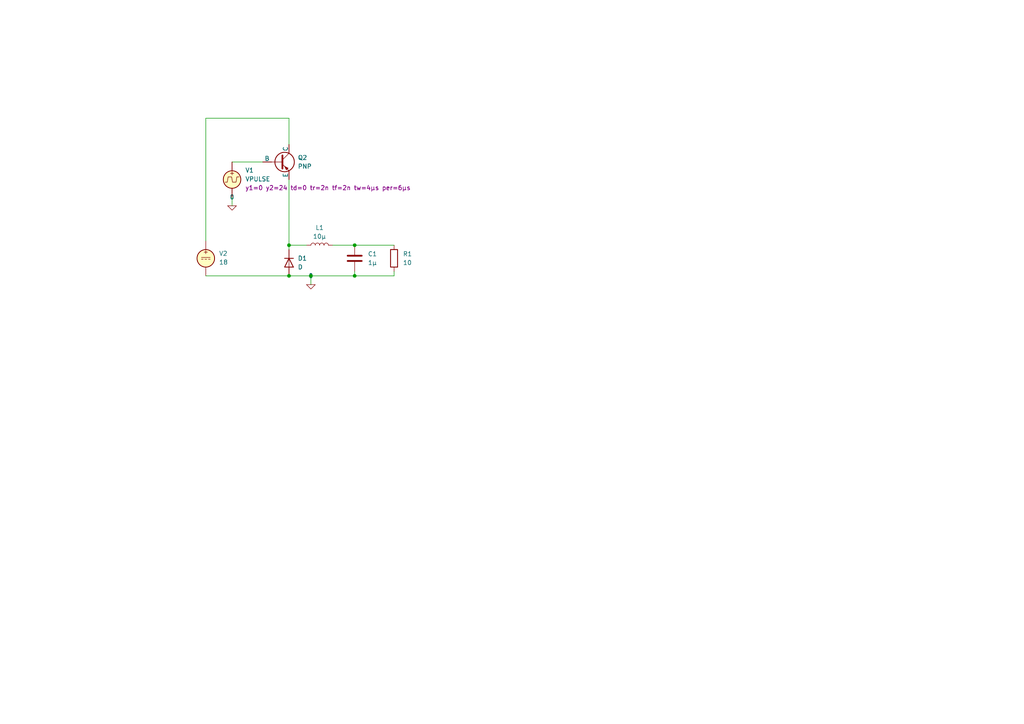
<source format=kicad_sch>
(kicad_sch
	(version 20231120)
	(generator "eeschema")
	(generator_version "8.0")
	(uuid "1d855f94-2c21-48c4-8215-e40525d8789a")
	(paper "A4")
	(lib_symbols
		(symbol "Device:C"
			(pin_numbers hide)
			(pin_names
				(offset 0.254)
			)
			(exclude_from_sim no)
			(in_bom yes)
			(on_board yes)
			(property "Reference" "C"
				(at 0.635 2.54 0)
				(effects
					(font
						(size 1.27 1.27)
					)
					(justify left)
				)
			)
			(property "Value" "C"
				(at 0.635 -2.54 0)
				(effects
					(font
						(size 1.27 1.27)
					)
					(justify left)
				)
			)
			(property "Footprint" ""
				(at 0.9652 -3.81 0)
				(effects
					(font
						(size 1.27 1.27)
					)
					(hide yes)
				)
			)
			(property "Datasheet" "~"
				(at 0 0 0)
				(effects
					(font
						(size 1.27 1.27)
					)
					(hide yes)
				)
			)
			(property "Description" "Unpolarized capacitor"
				(at 0 0 0)
				(effects
					(font
						(size 1.27 1.27)
					)
					(hide yes)
				)
			)
			(property "ki_keywords" "cap capacitor"
				(at 0 0 0)
				(effects
					(font
						(size 1.27 1.27)
					)
					(hide yes)
				)
			)
			(property "ki_fp_filters" "C_*"
				(at 0 0 0)
				(effects
					(font
						(size 1.27 1.27)
					)
					(hide yes)
				)
			)
			(symbol "C_0_1"
				(polyline
					(pts
						(xy -2.032 -0.762) (xy 2.032 -0.762)
					)
					(stroke
						(width 0.508)
						(type default)
					)
					(fill
						(type none)
					)
				)
				(polyline
					(pts
						(xy -2.032 0.762) (xy 2.032 0.762)
					)
					(stroke
						(width 0.508)
						(type default)
					)
					(fill
						(type none)
					)
				)
			)
			(symbol "C_1_1"
				(pin passive line
					(at 0 3.81 270)
					(length 2.794)
					(name "~"
						(effects
							(font
								(size 1.27 1.27)
							)
						)
					)
					(number "1"
						(effects
							(font
								(size 1.27 1.27)
							)
						)
					)
				)
				(pin passive line
					(at 0 -3.81 90)
					(length 2.794)
					(name "~"
						(effects
							(font
								(size 1.27 1.27)
							)
						)
					)
					(number "2"
						(effects
							(font
								(size 1.27 1.27)
							)
						)
					)
				)
			)
		)
		(symbol "Device:D"
			(pin_numbers hide)
			(pin_names
				(offset 1.016) hide)
			(exclude_from_sim no)
			(in_bom yes)
			(on_board yes)
			(property "Reference" "D"
				(at 0 2.54 0)
				(effects
					(font
						(size 1.27 1.27)
					)
				)
			)
			(property "Value" "D"
				(at 0 -2.54 0)
				(effects
					(font
						(size 1.27 1.27)
					)
				)
			)
			(property "Footprint" ""
				(at 0 0 0)
				(effects
					(font
						(size 1.27 1.27)
					)
					(hide yes)
				)
			)
			(property "Datasheet" "~"
				(at 0 0 0)
				(effects
					(font
						(size 1.27 1.27)
					)
					(hide yes)
				)
			)
			(property "Description" "Diode"
				(at 0 0 0)
				(effects
					(font
						(size 1.27 1.27)
					)
					(hide yes)
				)
			)
			(property "Sim.Device" "D"
				(at 0 0 0)
				(effects
					(font
						(size 1.27 1.27)
					)
					(hide yes)
				)
			)
			(property "Sim.Pins" "1=K 2=A"
				(at 0 0 0)
				(effects
					(font
						(size 1.27 1.27)
					)
					(hide yes)
				)
			)
			(property "ki_keywords" "diode"
				(at 0 0 0)
				(effects
					(font
						(size 1.27 1.27)
					)
					(hide yes)
				)
			)
			(property "ki_fp_filters" "TO-???* *_Diode_* *SingleDiode* D_*"
				(at 0 0 0)
				(effects
					(font
						(size 1.27 1.27)
					)
					(hide yes)
				)
			)
			(symbol "D_0_1"
				(polyline
					(pts
						(xy -1.27 1.27) (xy -1.27 -1.27)
					)
					(stroke
						(width 0.254)
						(type default)
					)
					(fill
						(type none)
					)
				)
				(polyline
					(pts
						(xy 1.27 0) (xy -1.27 0)
					)
					(stroke
						(width 0)
						(type default)
					)
					(fill
						(type none)
					)
				)
				(polyline
					(pts
						(xy 1.27 1.27) (xy 1.27 -1.27) (xy -1.27 0) (xy 1.27 1.27)
					)
					(stroke
						(width 0.254)
						(type default)
					)
					(fill
						(type none)
					)
				)
			)
			(symbol "D_1_1"
				(pin passive line
					(at -3.81 0 0)
					(length 2.54)
					(name "K"
						(effects
							(font
								(size 1.27 1.27)
							)
						)
					)
					(number "1"
						(effects
							(font
								(size 1.27 1.27)
							)
						)
					)
				)
				(pin passive line
					(at 3.81 0 180)
					(length 2.54)
					(name "A"
						(effects
							(font
								(size 1.27 1.27)
							)
						)
					)
					(number "2"
						(effects
							(font
								(size 1.27 1.27)
							)
						)
					)
				)
			)
		)
		(symbol "Device:L"
			(pin_numbers hide)
			(pin_names
				(offset 1.016) hide)
			(exclude_from_sim no)
			(in_bom yes)
			(on_board yes)
			(property "Reference" "L"
				(at -1.27 0 90)
				(effects
					(font
						(size 1.27 1.27)
					)
				)
			)
			(property "Value" "L"
				(at 1.905 0 90)
				(effects
					(font
						(size 1.27 1.27)
					)
				)
			)
			(property "Footprint" ""
				(at 0 0 0)
				(effects
					(font
						(size 1.27 1.27)
					)
					(hide yes)
				)
			)
			(property "Datasheet" "~"
				(at 0 0 0)
				(effects
					(font
						(size 1.27 1.27)
					)
					(hide yes)
				)
			)
			(property "Description" "Inductor"
				(at 0 0 0)
				(effects
					(font
						(size 1.27 1.27)
					)
					(hide yes)
				)
			)
			(property "ki_keywords" "inductor choke coil reactor magnetic"
				(at 0 0 0)
				(effects
					(font
						(size 1.27 1.27)
					)
					(hide yes)
				)
			)
			(property "ki_fp_filters" "Choke_* *Coil* Inductor_* L_*"
				(at 0 0 0)
				(effects
					(font
						(size 1.27 1.27)
					)
					(hide yes)
				)
			)
			(symbol "L_0_1"
				(arc
					(start 0 -2.54)
					(mid 0.6323 -1.905)
					(end 0 -1.27)
					(stroke
						(width 0)
						(type default)
					)
					(fill
						(type none)
					)
				)
				(arc
					(start 0 -1.27)
					(mid 0.6323 -0.635)
					(end 0 0)
					(stroke
						(width 0)
						(type default)
					)
					(fill
						(type none)
					)
				)
				(arc
					(start 0 0)
					(mid 0.6323 0.635)
					(end 0 1.27)
					(stroke
						(width 0)
						(type default)
					)
					(fill
						(type none)
					)
				)
				(arc
					(start 0 1.27)
					(mid 0.6323 1.905)
					(end 0 2.54)
					(stroke
						(width 0)
						(type default)
					)
					(fill
						(type none)
					)
				)
			)
			(symbol "L_1_1"
				(pin passive line
					(at 0 3.81 270)
					(length 1.27)
					(name "1"
						(effects
							(font
								(size 1.27 1.27)
							)
						)
					)
					(number "1"
						(effects
							(font
								(size 1.27 1.27)
							)
						)
					)
				)
				(pin passive line
					(at 0 -3.81 90)
					(length 1.27)
					(name "2"
						(effects
							(font
								(size 1.27 1.27)
							)
						)
					)
					(number "2"
						(effects
							(font
								(size 1.27 1.27)
							)
						)
					)
				)
			)
		)
		(symbol "Device:R"
			(pin_numbers hide)
			(pin_names
				(offset 0)
			)
			(exclude_from_sim no)
			(in_bom yes)
			(on_board yes)
			(property "Reference" "R"
				(at 2.032 0 90)
				(effects
					(font
						(size 1.27 1.27)
					)
				)
			)
			(property "Value" "R"
				(at 0 0 90)
				(effects
					(font
						(size 1.27 1.27)
					)
				)
			)
			(property "Footprint" ""
				(at -1.778 0 90)
				(effects
					(font
						(size 1.27 1.27)
					)
					(hide yes)
				)
			)
			(property "Datasheet" "~"
				(at 0 0 0)
				(effects
					(font
						(size 1.27 1.27)
					)
					(hide yes)
				)
			)
			(property "Description" "Resistor"
				(at 0 0 0)
				(effects
					(font
						(size 1.27 1.27)
					)
					(hide yes)
				)
			)
			(property "ki_keywords" "R res resistor"
				(at 0 0 0)
				(effects
					(font
						(size 1.27 1.27)
					)
					(hide yes)
				)
			)
			(property "ki_fp_filters" "R_*"
				(at 0 0 0)
				(effects
					(font
						(size 1.27 1.27)
					)
					(hide yes)
				)
			)
			(symbol "R_0_1"
				(rectangle
					(start -1.016 -2.54)
					(end 1.016 2.54)
					(stroke
						(width 0.254)
						(type default)
					)
					(fill
						(type none)
					)
				)
			)
			(symbol "R_1_1"
				(pin passive line
					(at 0 3.81 270)
					(length 1.27)
					(name "~"
						(effects
							(font
								(size 1.27 1.27)
							)
						)
					)
					(number "1"
						(effects
							(font
								(size 1.27 1.27)
							)
						)
					)
				)
				(pin passive line
					(at 0 -3.81 90)
					(length 1.27)
					(name "~"
						(effects
							(font
								(size 1.27 1.27)
							)
						)
					)
					(number "2"
						(effects
							(font
								(size 1.27 1.27)
							)
						)
					)
				)
			)
		)
		(symbol "Simulation_SPICE:0"
			(power)
			(pin_numbers hide)
			(pin_names
				(offset 0) hide)
			(exclude_from_sim no)
			(in_bom yes)
			(on_board yes)
			(property "Reference" "#GND"
				(at 0 -5.08 0)
				(effects
					(font
						(size 1.27 1.27)
					)
					(hide yes)
				)
			)
			(property "Value" "0"
				(at 0 -2.54 0)
				(effects
					(font
						(size 1.27 1.27)
					)
				)
			)
			(property "Footprint" ""
				(at 0 0 0)
				(effects
					(font
						(size 1.27 1.27)
					)
					(hide yes)
				)
			)
			(property "Datasheet" "https://ngspice.sourceforge.io/docs/ngspice-html-manual/manual.xhtml#subsec_Circuit_elements__device"
				(at 0 -10.16 0)
				(effects
					(font
						(size 1.27 1.27)
					)
					(hide yes)
				)
			)
			(property "Description" "0V reference potential for simulation"
				(at 0 -7.62 0)
				(effects
					(font
						(size 1.27 1.27)
					)
					(hide yes)
				)
			)
			(property "ki_keywords" "simulation"
				(at 0 0 0)
				(effects
					(font
						(size 1.27 1.27)
					)
					(hide yes)
				)
			)
			(symbol "0_0_1"
				(polyline
					(pts
						(xy -1.27 0) (xy 0 -1.27) (xy 1.27 0) (xy -1.27 0)
					)
					(stroke
						(width 0)
						(type default)
					)
					(fill
						(type none)
					)
				)
			)
			(symbol "0_1_1"
				(pin power_in line
					(at 0 0 0)
					(length 0)
					(name "~"
						(effects
							(font
								(size 1.016 1.016)
							)
						)
					)
					(number "1"
						(effects
							(font
								(size 1.016 1.016)
							)
						)
					)
				)
			)
		)
		(symbol "Simulation_SPICE:PNP"
			(pin_numbers hide)
			(pin_names
				(offset 0)
			)
			(exclude_from_sim no)
			(in_bom yes)
			(on_board yes)
			(property "Reference" "Q"
				(at -2.54 7.62 0)
				(effects
					(font
						(size 1.27 1.27)
					)
				)
			)
			(property "Value" "PNP"
				(at -2.54 5.08 0)
				(effects
					(font
						(size 1.27 1.27)
					)
				)
			)
			(property "Footprint" ""
				(at 35.56 0 0)
				(effects
					(font
						(size 1.27 1.27)
					)
					(hide yes)
				)
			)
			(property "Datasheet" "https://ngspice.sourceforge.io/docs/ngspice-html-manual/manual.xhtml#cha_BJTs"
				(at 35.56 0 0)
				(effects
					(font
						(size 1.27 1.27)
					)
					(hide yes)
				)
			)
			(property "Description" "Bipolar transistor symbol for simulation only, substrate tied to the emitter"
				(at 0 0 0)
				(effects
					(font
						(size 1.27 1.27)
					)
					(hide yes)
				)
			)
			(property "Sim.Device" "PNP"
				(at 0 0 0)
				(effects
					(font
						(size 1.27 1.27)
					)
					(hide yes)
				)
			)
			(property "Sim.Type" "GUMMELPOON"
				(at 0 0 0)
				(effects
					(font
						(size 1.27 1.27)
					)
					(hide yes)
				)
			)
			(property "Sim.Pins" "1=C 2=B 3=E"
				(at 0 0 0)
				(effects
					(font
						(size 1.27 1.27)
					)
					(hide yes)
				)
			)
			(property "ki_keywords" "simulation"
				(at 0 0 0)
				(effects
					(font
						(size 1.27 1.27)
					)
					(hide yes)
				)
			)
			(symbol "PNP_0_1"
				(polyline
					(pts
						(xy -2.54 0) (xy 0.635 0)
					)
					(stroke
						(width 0.1524)
						(type default)
					)
					(fill
						(type none)
					)
				)
				(polyline
					(pts
						(xy 0.635 0.635) (xy 2.54 2.54)
					)
					(stroke
						(width 0)
						(type default)
					)
					(fill
						(type none)
					)
				)
				(polyline
					(pts
						(xy 0.635 -0.635) (xy 2.54 -2.54) (xy 2.54 -2.54)
					)
					(stroke
						(width 0)
						(type default)
					)
					(fill
						(type none)
					)
				)
				(polyline
					(pts
						(xy 0.635 1.905) (xy 0.635 -1.905) (xy 0.635 -1.905)
					)
					(stroke
						(width 0.508)
						(type default)
					)
					(fill
						(type none)
					)
				)
				(polyline
					(pts
						(xy 2.286 -1.778) (xy 1.778 -2.286) (xy 1.27 -1.27) (xy 2.286 -1.778) (xy 2.286 -1.778)
					)
					(stroke
						(width 0)
						(type default)
					)
					(fill
						(type outline)
					)
				)
				(circle
					(center 1.27 0)
					(radius 2.8194)
					(stroke
						(width 0.254)
						(type default)
					)
					(fill
						(type none)
					)
				)
			)
			(symbol "PNP_1_1"
				(pin open_collector line
					(at 2.54 5.08 270)
					(length 2.54)
					(name "C"
						(effects
							(font
								(size 1.27 1.27)
							)
						)
					)
					(number "1"
						(effects
							(font
								(size 1.27 1.27)
							)
						)
					)
				)
				(pin input line
					(at -5.08 0 0)
					(length 2.54)
					(name "B"
						(effects
							(font
								(size 1.27 1.27)
							)
						)
					)
					(number "2"
						(effects
							(font
								(size 1.27 1.27)
							)
						)
					)
				)
				(pin open_emitter line
					(at 2.54 -5.08 90)
					(length 2.54)
					(name "E"
						(effects
							(font
								(size 1.27 1.27)
							)
						)
					)
					(number "3"
						(effects
							(font
								(size 1.27 1.27)
							)
						)
					)
				)
			)
		)
		(symbol "Simulation_SPICE:VDC"
			(pin_numbers hide)
			(pin_names
				(offset 0.0254)
			)
			(exclude_from_sim no)
			(in_bom yes)
			(on_board yes)
			(property "Reference" "V"
				(at 2.54 2.54 0)
				(effects
					(font
						(size 1.27 1.27)
					)
					(justify left)
				)
			)
			(property "Value" "1"
				(at 2.54 0 0)
				(effects
					(font
						(size 1.27 1.27)
					)
					(justify left)
				)
			)
			(property "Footprint" ""
				(at 0 0 0)
				(effects
					(font
						(size 1.27 1.27)
					)
					(hide yes)
				)
			)
			(property "Datasheet" "https://ngspice.sourceforge.io/docs/ngspice-html-manual/manual.xhtml#sec_Independent_Sources_for"
				(at 0 0 0)
				(effects
					(font
						(size 1.27 1.27)
					)
					(hide yes)
				)
			)
			(property "Description" "Voltage source, DC"
				(at 0 0 0)
				(effects
					(font
						(size 1.27 1.27)
					)
					(hide yes)
				)
			)
			(property "Sim.Pins" "1=+ 2=-"
				(at 0 0 0)
				(effects
					(font
						(size 1.27 1.27)
					)
					(hide yes)
				)
			)
			(property "Sim.Type" "DC"
				(at 0 0 0)
				(effects
					(font
						(size 1.27 1.27)
					)
					(hide yes)
				)
			)
			(property "Sim.Device" "V"
				(at 0 0 0)
				(effects
					(font
						(size 1.27 1.27)
					)
					(justify left)
					(hide yes)
				)
			)
			(property "ki_keywords" "simulation"
				(at 0 0 0)
				(effects
					(font
						(size 1.27 1.27)
					)
					(hide yes)
				)
			)
			(symbol "VDC_0_0"
				(polyline
					(pts
						(xy -1.27 0.254) (xy 1.27 0.254)
					)
					(stroke
						(width 0)
						(type default)
					)
					(fill
						(type none)
					)
				)
				(polyline
					(pts
						(xy -0.762 -0.254) (xy -1.27 -0.254)
					)
					(stroke
						(width 0)
						(type default)
					)
					(fill
						(type none)
					)
				)
				(polyline
					(pts
						(xy 0.254 -0.254) (xy -0.254 -0.254)
					)
					(stroke
						(width 0)
						(type default)
					)
					(fill
						(type none)
					)
				)
				(polyline
					(pts
						(xy 1.27 -0.254) (xy 0.762 -0.254)
					)
					(stroke
						(width 0)
						(type default)
					)
					(fill
						(type none)
					)
				)
				(text "+"
					(at 0 1.905 0)
					(effects
						(font
							(size 1.27 1.27)
						)
					)
				)
			)
			(symbol "VDC_0_1"
				(circle
					(center 0 0)
					(radius 2.54)
					(stroke
						(width 0.254)
						(type default)
					)
					(fill
						(type background)
					)
				)
			)
			(symbol "VDC_1_1"
				(pin passive line
					(at 0 5.08 270)
					(length 2.54)
					(name "~"
						(effects
							(font
								(size 1.27 1.27)
							)
						)
					)
					(number "1"
						(effects
							(font
								(size 1.27 1.27)
							)
						)
					)
				)
				(pin passive line
					(at 0 -5.08 90)
					(length 2.54)
					(name "~"
						(effects
							(font
								(size 1.27 1.27)
							)
						)
					)
					(number "2"
						(effects
							(font
								(size 1.27 1.27)
							)
						)
					)
				)
			)
		)
		(symbol "Simulation_SPICE:VPULSE"
			(pin_numbers hide)
			(pin_names
				(offset 0.0254)
			)
			(exclude_from_sim no)
			(in_bom yes)
			(on_board yes)
			(property "Reference" "V"
				(at 2.54 2.54 0)
				(effects
					(font
						(size 1.27 1.27)
					)
					(justify left)
				)
			)
			(property "Value" "VPULSE"
				(at 2.54 0 0)
				(effects
					(font
						(size 1.27 1.27)
					)
					(justify left)
				)
			)
			(property "Footprint" ""
				(at 0 0 0)
				(effects
					(font
						(size 1.27 1.27)
					)
					(hide yes)
				)
			)
			(property "Datasheet" "https://ngspice.sourceforge.io/docs/ngspice-html-manual/manual.xhtml#sec_Independent_Sources_for"
				(at 0 0 0)
				(effects
					(font
						(size 1.27 1.27)
					)
					(hide yes)
				)
			)
			(property "Description" "Voltage source, pulse"
				(at 0 0 0)
				(effects
					(font
						(size 1.27 1.27)
					)
					(hide yes)
				)
			)
			(property "Sim.Pins" "1=+ 2=-"
				(at 0 0 0)
				(effects
					(font
						(size 1.27 1.27)
					)
					(hide yes)
				)
			)
			(property "Sim.Type" "PULSE"
				(at 0 0 0)
				(effects
					(font
						(size 1.27 1.27)
					)
					(hide yes)
				)
			)
			(property "Sim.Device" "V"
				(at 0 0 0)
				(effects
					(font
						(size 1.27 1.27)
					)
					(justify left)
					(hide yes)
				)
			)
			(property "Sim.Params" "y1=0 y2=1 td=2n tr=2n tf=2n tw=50n per=100n"
				(at 2.54 -2.54 0)
				(effects
					(font
						(size 1.27 1.27)
					)
					(justify left)
				)
			)
			(property "ki_keywords" "simulation"
				(at 0 0 0)
				(effects
					(font
						(size 1.27 1.27)
					)
					(hide yes)
				)
			)
			(symbol "VPULSE_0_0"
				(polyline
					(pts
						(xy -2.032 -0.762) (xy -1.397 -0.762) (xy -1.143 0.762) (xy -0.127 0.762) (xy 0.127 -0.762) (xy 1.143 -0.762)
						(xy 1.397 0.762) (xy 2.032 0.762)
					)
					(stroke
						(width 0)
						(type default)
					)
					(fill
						(type none)
					)
				)
				(text "+"
					(at 0 1.905 0)
					(effects
						(font
							(size 1.27 1.27)
						)
					)
				)
			)
			(symbol "VPULSE_0_1"
				(circle
					(center 0 0)
					(radius 2.54)
					(stroke
						(width 0.254)
						(type default)
					)
					(fill
						(type background)
					)
				)
			)
			(symbol "VPULSE_1_1"
				(pin passive line
					(at 0 5.08 270)
					(length 2.54)
					(name "~"
						(effects
							(font
								(size 1.27 1.27)
							)
						)
					)
					(number "1"
						(effects
							(font
								(size 1.27 1.27)
							)
						)
					)
				)
				(pin passive line
					(at 0 -5.08 90)
					(length 2.54)
					(name "~"
						(effects
							(font
								(size 1.27 1.27)
							)
						)
					)
					(number "2"
						(effects
							(font
								(size 1.27 1.27)
							)
						)
					)
				)
			)
		)
	)
	(junction
		(at 90.17 80.01)
		(diameter 0)
		(color 0 0 0 0)
		(uuid "1a612a3e-9b75-492f-8517-97d29c086bc6")
	)
	(junction
		(at 102.87 80.01)
		(diameter 0)
		(color 0 0 0 0)
		(uuid "45dda553-adcd-4a5b-a278-3b9c44297cad")
	)
	(junction
		(at 83.82 71.12)
		(diameter 0)
		(color 0 0 0 0)
		(uuid "592a8a5d-6d77-4359-976b-e9694b2dbf3f")
	)
	(junction
		(at 83.82 80.01)
		(diameter 0)
		(color 0 0 0 0)
		(uuid "5c7d494c-1624-4f98-bd26-3214c516106b")
	)
	(junction
		(at 102.87 71.12)
		(diameter 0)
		(color 0 0 0 0)
		(uuid "78506a3e-4860-44e8-a4f2-770b8cb7abed")
	)
	(wire
		(pts
			(xy 96.52 71.12) (xy 102.87 71.12)
		)
		(stroke
			(width 0)
			(type default)
		)
		(uuid "03f8850b-be7e-42ea-8601-4d8b1e97712a")
	)
	(wire
		(pts
			(xy 67.31 57.15) (xy 67.31 59.69)
		)
		(stroke
			(width 0)
			(type default)
		)
		(uuid "07910045-fbfb-4a82-b07a-b58829cc7974")
	)
	(wire
		(pts
			(xy 83.82 34.29) (xy 83.82 41.91)
		)
		(stroke
			(width 0)
			(type default)
		)
		(uuid "079264cb-22aa-4a38-bd38-618be9420dfb")
	)
	(wire
		(pts
			(xy 114.3 80.01) (xy 114.3 78.74)
		)
		(stroke
			(width 0)
			(type default)
		)
		(uuid "20ec3061-6d56-4ad9-83d9-c6f8302fbeb1")
	)
	(wire
		(pts
			(xy 67.31 46.99) (xy 76.2 46.99)
		)
		(stroke
			(width 0)
			(type default)
		)
		(uuid "25bfe8b5-2713-4d2e-9c56-57cd4fb8b2f1")
	)
	(wire
		(pts
			(xy 102.87 80.01) (xy 114.3 80.01)
		)
		(stroke
			(width 0)
			(type default)
		)
		(uuid "29817a41-1a75-4a57-80ff-81af9d0dc53e")
	)
	(wire
		(pts
			(xy 83.82 52.07) (xy 83.82 71.12)
		)
		(stroke
			(width 0)
			(type default)
		)
		(uuid "2d2cf6db-92c8-4320-9514-841ef53fbef6")
	)
	(wire
		(pts
			(xy 88.9 71.12) (xy 83.82 71.12)
		)
		(stroke
			(width 0)
			(type default)
		)
		(uuid "47169370-598f-445a-b3d0-c60f552744c6")
	)
	(wire
		(pts
			(xy 59.69 34.29) (xy 59.69 69.85)
		)
		(stroke
			(width 0)
			(type default)
		)
		(uuid "4bab44c3-eab9-4c6a-9ac1-b1c5693da010")
	)
	(wire
		(pts
			(xy 83.82 80.01) (xy 90.17 80.01)
		)
		(stroke
			(width 0)
			(type default)
		)
		(uuid "67c0990f-96bd-455d-981d-dae2dff60766")
	)
	(wire
		(pts
			(xy 90.17 80.01) (xy 102.87 80.01)
		)
		(stroke
			(width 0)
			(type default)
		)
		(uuid "6f61c376-a750-4eb3-a3dc-2e13b5b4fa24")
	)
	(wire
		(pts
			(xy 102.87 71.12) (xy 114.3 71.12)
		)
		(stroke
			(width 0)
			(type default)
		)
		(uuid "83d489bd-edf4-4fb1-b1e8-916ab7b7a2d5")
	)
	(wire
		(pts
			(xy 83.82 71.12) (xy 83.82 72.39)
		)
		(stroke
			(width 0)
			(type default)
		)
		(uuid "adb74f1c-6782-4279-b88e-b4715bbc3862")
	)
	(wire
		(pts
			(xy 90.17 80.01) (xy 90.17 82.55)
		)
		(stroke
			(width 0)
			(type default)
		)
		(uuid "db7b381f-e11e-41db-b7af-371785407d83")
	)
	(wire
		(pts
			(xy 59.69 34.29) (xy 83.82 34.29)
		)
		(stroke
			(width 0)
			(type default)
		)
		(uuid "e56afff6-6b37-4ef4-b924-d959459a3fe8")
	)
	(wire
		(pts
			(xy 59.69 80.01) (xy 83.82 80.01)
		)
		(stroke
			(width 0)
			(type default)
		)
		(uuid "ee75014f-ea39-4447-b235-8ccc424b8fc0")
	)
	(wire
		(pts
			(xy 102.87 78.74) (xy 102.87 80.01)
		)
		(stroke
			(width 0)
			(type default)
		)
		(uuid "fdd14bac-ba96-4efe-a9e1-4e6c9792addf")
	)
	(symbol
		(lib_id "Simulation_SPICE:0")
		(at 67.31 59.69 0)
		(unit 1)
		(exclude_from_sim no)
		(in_bom yes)
		(on_board yes)
		(dnp no)
		(fields_autoplaced yes)
		(uuid "0f9483ca-24bd-41c1-a2bf-1a2c66a17085")
		(property "Reference" "#GND02"
			(at 67.31 64.77 0)
			(effects
				(font
					(size 1.27 1.27)
				)
				(hide yes)
			)
		)
		(property "Value" "0"
			(at 67.31 57.15 0)
			(effects
				(font
					(size 1.27 1.27)
				)
			)
		)
		(property "Footprint" ""
			(at 67.31 59.69 0)
			(effects
				(font
					(size 1.27 1.27)
				)
				(hide yes)
			)
		)
		(property "Datasheet" "https://ngspice.sourceforge.io/docs/ngspice-html-manual/manual.xhtml#subsec_Circuit_elements__device"
			(at 67.31 69.85 0)
			(effects
				(font
					(size 1.27 1.27)
				)
				(hide yes)
			)
		)
		(property "Description" "0V reference potential for simulation"
			(at 67.31 67.31 0)
			(effects
				(font
					(size 1.27 1.27)
				)
				(hide yes)
			)
		)
		(pin "1"
			(uuid "7d6147c6-cf5b-4b50-93d6-1054f7f51439")
		)
		(instances
			(project "Buck_Conv"
				(path "/1d855f94-2c21-48c4-8215-e40525d8789a"
					(reference "#GND02")
					(unit 1)
				)
			)
		)
	)
	(symbol
		(lib_id "Simulation_SPICE:VPULSE")
		(at 67.31 52.07 0)
		(unit 1)
		(exclude_from_sim no)
		(in_bom yes)
		(on_board yes)
		(dnp no)
		(fields_autoplaced yes)
		(uuid "3ad9735d-9ed5-495d-b194-84026294514d")
		(property "Reference" "V1"
			(at 71.12 49.4001 0)
			(effects
				(font
					(size 1.27 1.27)
				)
				(justify left)
			)
		)
		(property "Value" "VPULSE"
			(at 71.12 51.9401 0)
			(effects
				(font
					(size 1.27 1.27)
				)
				(justify left)
			)
		)
		(property "Footprint" ""
			(at 67.31 52.07 0)
			(effects
				(font
					(size 1.27 1.27)
				)
				(hide yes)
			)
		)
		(property "Datasheet" "https://ngspice.sourceforge.io/docs/ngspice-html-manual/manual.xhtml#sec_Independent_Sources_for"
			(at 67.31 52.07 0)
			(effects
				(font
					(size 1.27 1.27)
				)
				(hide yes)
			)
		)
		(property "Description" "Voltage source, pulse"
			(at 67.31 52.07 0)
			(effects
				(font
					(size 1.27 1.27)
				)
				(hide yes)
			)
		)
		(property "Sim.Pins" "1=+ 2=-"
			(at 67.31 52.07 0)
			(effects
				(font
					(size 1.27 1.27)
				)
				(hide yes)
			)
		)
		(property "Sim.Type" "PULSE"
			(at 67.31 52.07 0)
			(effects
				(font
					(size 1.27 1.27)
				)
				(hide yes)
			)
		)
		(property "Sim.Device" "V"
			(at 67.31 52.07 0)
			(effects
				(font
					(size 1.27 1.27)
				)
				(justify left)
				(hide yes)
			)
		)
		(property "Sim.Params" "y1=0 y2=24 td=0 tr=2n tf=2n tw=4µs per=6µs"
			(at 71.12 54.4801 0)
			(effects
				(font
					(size 1.27 1.27)
				)
				(justify left)
			)
		)
		(pin "2"
			(uuid "9a424903-0072-4f8d-b8fc-2d29b8a19323")
		)
		(pin "1"
			(uuid "3af9b76c-eec9-474c-af19-35a581eb7995")
		)
		(instances
			(project ""
				(path "/1d855f94-2c21-48c4-8215-e40525d8789a"
					(reference "V1")
					(unit 1)
				)
			)
		)
	)
	(symbol
		(lib_id "Device:C")
		(at 102.87 74.93 0)
		(unit 1)
		(exclude_from_sim no)
		(in_bom yes)
		(on_board yes)
		(dnp no)
		(fields_autoplaced yes)
		(uuid "5fc21f1d-8c12-4ea3-9ae5-350366d6c182")
		(property "Reference" "C1"
			(at 106.68 73.6599 0)
			(effects
				(font
					(size 1.27 1.27)
				)
				(justify left)
			)
		)
		(property "Value" "1µ"
			(at 106.68 76.1999 0)
			(effects
				(font
					(size 1.27 1.27)
				)
				(justify left)
			)
		)
		(property "Footprint" ""
			(at 103.8352 78.74 0)
			(effects
				(font
					(size 1.27 1.27)
				)
				(hide yes)
			)
		)
		(property "Datasheet" "~"
			(at 102.87 74.93 0)
			(effects
				(font
					(size 1.27 1.27)
				)
				(hide yes)
			)
		)
		(property "Description" "Unpolarized capacitor"
			(at 102.87 74.93 0)
			(effects
				(font
					(size 1.27 1.27)
				)
				(hide yes)
			)
		)
		(pin "1"
			(uuid "eb8b020b-8833-4839-8794-5c01d4225a0c")
		)
		(pin "2"
			(uuid "3e22550d-001a-4267-a660-34e9b7626325")
		)
		(instances
			(project ""
				(path "/1d855f94-2c21-48c4-8215-e40525d8789a"
					(reference "C1")
					(unit 1)
				)
			)
		)
	)
	(symbol
		(lib_id "Device:L")
		(at 92.71 71.12 90)
		(unit 1)
		(exclude_from_sim no)
		(in_bom yes)
		(on_board yes)
		(dnp no)
		(fields_autoplaced yes)
		(uuid "60001809-fbf7-4181-b39c-0da8a890ac2f")
		(property "Reference" "L1"
			(at 92.71 66.04 90)
			(effects
				(font
					(size 1.27 1.27)
				)
			)
		)
		(property "Value" "10µ"
			(at 92.71 68.58 90)
			(effects
				(font
					(size 1.27 1.27)
				)
			)
		)
		(property "Footprint" ""
			(at 92.71 71.12 0)
			(effects
				(font
					(size 1.27 1.27)
				)
				(hide yes)
			)
		)
		(property "Datasheet" "~"
			(at 92.71 71.12 0)
			(effects
				(font
					(size 1.27 1.27)
				)
				(hide yes)
			)
		)
		(property "Description" "Inductor"
			(at 92.71 71.12 0)
			(effects
				(font
					(size 1.27 1.27)
				)
				(hide yes)
			)
		)
		(pin "1"
			(uuid "cfddfea3-9d2b-45e2-8408-4bd02cb03035")
		)
		(pin "2"
			(uuid "a53b2c4e-15e3-48ce-9179-935ca8eadce4")
		)
		(instances
			(project ""
				(path "/1d855f94-2c21-48c4-8215-e40525d8789a"
					(reference "L1")
					(unit 1)
				)
			)
		)
	)
	(symbol
		(lib_id "Device:D")
		(at 83.82 76.2 270)
		(unit 1)
		(exclude_from_sim no)
		(in_bom yes)
		(on_board yes)
		(dnp no)
		(fields_autoplaced yes)
		(uuid "a047b3f9-33a5-4944-8b63-0b1640245dfa")
		(property "Reference" "D1"
			(at 86.36 74.9299 90)
			(effects
				(font
					(size 1.27 1.27)
				)
				(justify left)
			)
		)
		(property "Value" "D"
			(at 86.36 77.4699 90)
			(effects
				(font
					(size 1.27 1.27)
				)
				(justify left)
			)
		)
		(property "Footprint" ""
			(at 83.82 76.2 0)
			(effects
				(font
					(size 1.27 1.27)
				)
				(hide yes)
			)
		)
		(property "Datasheet" "~"
			(at 83.82 76.2 0)
			(effects
				(font
					(size 1.27 1.27)
				)
				(hide yes)
			)
		)
		(property "Description" "Diode"
			(at 83.82 76.2 0)
			(effects
				(font
					(size 1.27 1.27)
				)
				(hide yes)
			)
		)
		(property "Sim.Device" "D"
			(at 83.82 76.2 0)
			(effects
				(font
					(size 1.27 1.27)
				)
				(hide yes)
			)
		)
		(property "Sim.Pins" "1=K 2=A"
			(at 83.82 76.2 0)
			(effects
				(font
					(size 1.27 1.27)
				)
				(hide yes)
			)
		)
		(pin "1"
			(uuid "f20f30b7-d2c2-4f40-897e-2bdc789df61e")
		)
		(pin "2"
			(uuid "b57cb90e-6a2b-4676-a575-2eeeb411a2cf")
		)
		(instances
			(project ""
				(path "/1d855f94-2c21-48c4-8215-e40525d8789a"
					(reference "D1")
					(unit 1)
				)
			)
		)
	)
	(symbol
		(lib_id "Simulation_SPICE:VDC")
		(at 59.69 74.93 0)
		(unit 1)
		(exclude_from_sim no)
		(in_bom yes)
		(on_board yes)
		(dnp no)
		(fields_autoplaced yes)
		(uuid "a067563e-89b8-422c-a4fc-a3ef25a11572")
		(property "Reference" "V2"
			(at 63.5 73.5301 0)
			(effects
				(font
					(size 1.27 1.27)
				)
				(justify left)
			)
		)
		(property "Value" "18"
			(at 63.5 76.0701 0)
			(effects
				(font
					(size 1.27 1.27)
				)
				(justify left)
			)
		)
		(property "Footprint" ""
			(at 59.69 74.93 0)
			(effects
				(font
					(size 1.27 1.27)
				)
				(hide yes)
			)
		)
		(property "Datasheet" "https://ngspice.sourceforge.io/docs/ngspice-html-manual/manual.xhtml#sec_Independent_Sources_for"
			(at 59.69 74.93 0)
			(effects
				(font
					(size 1.27 1.27)
				)
				(hide yes)
			)
		)
		(property "Description" "Voltage source, DC"
			(at 59.69 74.93 0)
			(effects
				(font
					(size 1.27 1.27)
				)
				(hide yes)
			)
		)
		(property "Sim.Pins" "1=+ 2=-"
			(at 59.69 74.93 0)
			(effects
				(font
					(size 1.27 1.27)
				)
				(hide yes)
			)
		)
		(property "Sim.Type" "DC"
			(at 59.69 74.93 0)
			(effects
				(font
					(size 1.27 1.27)
				)
				(hide yes)
			)
		)
		(property "Sim.Device" "V"
			(at 59.69 74.93 0)
			(effects
				(font
					(size 1.27 1.27)
				)
				(justify left)
				(hide yes)
			)
		)
		(pin "2"
			(uuid "fd18dec1-4d19-42c2-8b59-ffad2d197f0c")
		)
		(pin "1"
			(uuid "f8f7c0b8-b1ae-4412-a742-1c7e29a908bd")
		)
		(instances
			(project ""
				(path "/1d855f94-2c21-48c4-8215-e40525d8789a"
					(reference "V2")
					(unit 1)
				)
			)
		)
	)
	(symbol
		(lib_id "Device:R")
		(at 114.3 74.93 0)
		(unit 1)
		(exclude_from_sim no)
		(in_bom yes)
		(on_board yes)
		(dnp no)
		(fields_autoplaced yes)
		(uuid "a1c7134e-843e-411a-96ba-4eca5811b578")
		(property "Reference" "R1"
			(at 116.84 73.6599 0)
			(effects
				(font
					(size 1.27 1.27)
				)
				(justify left)
			)
		)
		(property "Value" "10"
			(at 116.84 76.1999 0)
			(effects
				(font
					(size 1.27 1.27)
				)
				(justify left)
			)
		)
		(property "Footprint" ""
			(at 112.522 74.93 90)
			(effects
				(font
					(size 1.27 1.27)
				)
				(hide yes)
			)
		)
		(property "Datasheet" "~"
			(at 114.3 74.93 0)
			(effects
				(font
					(size 1.27 1.27)
				)
				(hide yes)
			)
		)
		(property "Description" "Resistor"
			(at 114.3 74.93 0)
			(effects
				(font
					(size 1.27 1.27)
				)
				(hide yes)
			)
		)
		(pin "2"
			(uuid "464549a5-5aad-4c09-bc7c-b9bb20cd1c59")
		)
		(pin "1"
			(uuid "885be292-ff08-4e0f-9b91-660d9acb7ff2")
		)
		(instances
			(project ""
				(path "/1d855f94-2c21-48c4-8215-e40525d8789a"
					(reference "R1")
					(unit 1)
				)
			)
		)
	)
	(symbol
		(lib_id "Simulation_SPICE:0")
		(at 90.17 82.55 0)
		(unit 1)
		(exclude_from_sim no)
		(in_bom yes)
		(on_board yes)
		(dnp no)
		(fields_autoplaced yes)
		(uuid "ab16247c-c80d-4085-9fe5-46871b97ca80")
		(property "Reference" "#GND01"
			(at 90.17 87.63 0)
			(effects
				(font
					(size 1.27 1.27)
				)
				(hide yes)
			)
		)
		(property "Value" "0"
			(at 90.17 80.01 0)
			(effects
				(font
					(size 1.27 1.27)
				)
			)
		)
		(property "Footprint" ""
			(at 90.17 82.55 0)
			(effects
				(font
					(size 1.27 1.27)
				)
				(hide yes)
			)
		)
		(property "Datasheet" "https://ngspice.sourceforge.io/docs/ngspice-html-manual/manual.xhtml#subsec_Circuit_elements__device"
			(at 90.17 92.71 0)
			(effects
				(font
					(size 1.27 1.27)
				)
				(hide yes)
			)
		)
		(property "Description" "0V reference potential for simulation"
			(at 90.17 90.17 0)
			(effects
				(font
					(size 1.27 1.27)
				)
				(hide yes)
			)
		)
		(pin "1"
			(uuid "38557e29-1c98-4b41-932c-39e36204c16c")
		)
		(instances
			(project ""
				(path "/1d855f94-2c21-48c4-8215-e40525d8789a"
					(reference "#GND01")
					(unit 1)
				)
			)
		)
	)
	(symbol
		(lib_id "Simulation_SPICE:PNP")
		(at 81.28 46.99 0)
		(unit 1)
		(exclude_from_sim no)
		(in_bom yes)
		(on_board yes)
		(dnp no)
		(fields_autoplaced yes)
		(uuid "de1d7bda-6546-4246-84e3-acfbf0f0e69c")
		(property "Reference" "Q2"
			(at 86.36 45.7199 0)
			(effects
				(font
					(size 1.27 1.27)
				)
				(justify left)
			)
		)
		(property "Value" "PNP"
			(at 86.36 48.2599 0)
			(effects
				(font
					(size 1.27 1.27)
				)
				(justify left)
			)
		)
		(property "Footprint" ""
			(at 116.84 46.99 0)
			(effects
				(font
					(size 1.27 1.27)
				)
				(hide yes)
			)
		)
		(property "Datasheet" "https://ngspice.sourceforge.io/docs/ngspice-html-manual/manual.xhtml#cha_BJTs"
			(at 116.84 46.99 0)
			(effects
				(font
					(size 1.27 1.27)
				)
				(hide yes)
			)
		)
		(property "Description" "Bipolar transistor symbol for simulation only, substrate tied to the emitter"
			(at 81.28 46.99 0)
			(effects
				(font
					(size 1.27 1.27)
				)
				(hide yes)
			)
		)
		(property "Sim.Device" "PNP"
			(at 81.28 46.99 0)
			(effects
				(font
					(size 1.27 1.27)
				)
				(hide yes)
			)
		)
		(property "Sim.Type" "GUMMELPOON"
			(at 81.28 46.99 0)
			(effects
				(font
					(size 1.27 1.27)
				)
				(hide yes)
			)
		)
		(property "Sim.Pins" "1=C 2=B 3=E"
			(at 81.28 46.99 0)
			(effects
				(font
					(size 1.27 1.27)
				)
				(hide yes)
			)
		)
		(pin "2"
			(uuid "9849ce27-23f0-4d41-b367-f986ce77cd3d")
		)
		(pin "1"
			(uuid "7e3c8d5f-0dc5-4f1f-8229-b83048bee986")
		)
		(pin "3"
			(uuid "7886a7ba-1c80-4dbd-b88e-9dbce9a86a30")
		)
		(instances
			(project ""
				(path "/1d855f94-2c21-48c4-8215-e40525d8789a"
					(reference "Q2")
					(unit 1)
				)
			)
		)
	)
	(sheet_instances
		(path "/"
			(page "1")
		)
	)
)

</source>
